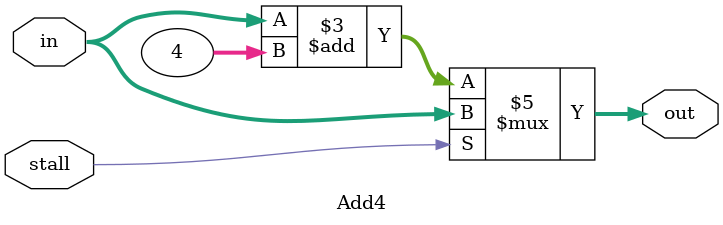
<source format=v>

module Add4(
	input wire [31:0] in,
	input wire stall,
	output reg [31:0] out);
	
	always @* begin
		if (stall == 1'b0) begin
			out <= in + 4;
		end
		
		else begin
			out <= in;
		end
	end
endmodule
</source>
